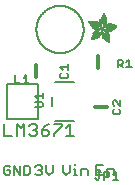
<source format=gbr>
G04 EAGLE Gerber RS-274X export*
G75*
%MOMM*%
%FSLAX34Y34*%
%LPD*%
%INSilkscreen Top*%
%IPPOS*%
%AMOC8*
5,1,8,0,0,1.08239X$1,22.5*%
G01*
%ADD10C,0.177800*%
%ADD11C,0.127000*%
%ADD12C,0.152400*%
%ADD13C,0.203200*%
%ADD14C,0.304800*%
%ADD15R,0.034300X0.003800*%
%ADD16R,0.057200X0.003800*%
%ADD17R,0.076200X0.003800*%
%ADD18R,0.091400X0.003800*%
%ADD19R,0.102900X0.003800*%
%ADD20R,0.114300X0.003900*%
%ADD21R,0.129500X0.003800*%
%ADD22R,0.137200X0.003800*%
%ADD23R,0.144800X0.003800*%
%ADD24R,0.152400X0.003800*%
%ADD25R,0.160000X0.003800*%
%ADD26R,0.171500X0.003800*%
%ADD27R,0.175300X0.003800*%
%ADD28R,0.182900X0.003800*%
%ADD29R,0.190500X0.003800*%
%ADD30R,0.194300X0.003900*%
%ADD31R,0.201900X0.003800*%
%ADD32R,0.209500X0.003800*%
%ADD33R,0.213400X0.003800*%
%ADD34R,0.221000X0.003800*%
%ADD35R,0.224800X0.003800*%
%ADD36R,0.232400X0.003800*%
%ADD37R,0.240000X0.003800*%
%ADD38R,0.243800X0.003800*%
%ADD39R,0.247600X0.003800*%
%ADD40R,0.255300X0.003900*%
%ADD41R,0.259100X0.003800*%
%ADD42R,0.262900X0.003800*%
%ADD43R,0.270500X0.003800*%
%ADD44R,0.274300X0.003800*%
%ADD45R,0.281900X0.003800*%
%ADD46R,0.285700X0.003800*%
%ADD47R,0.289500X0.003800*%
%ADD48R,0.297200X0.003800*%
%ADD49R,0.301000X0.003800*%
%ADD50R,0.304800X0.003900*%
%ADD51R,0.312400X0.003800*%
%ADD52R,0.316200X0.003800*%
%ADD53R,0.320000X0.003800*%
%ADD54R,0.327600X0.003800*%
%ADD55R,0.331500X0.003800*%
%ADD56R,0.339100X0.003800*%
%ADD57R,0.342900X0.003800*%
%ADD58R,0.346700X0.003800*%
%ADD59R,0.354300X0.003800*%
%ADD60R,0.358100X0.003900*%
%ADD61R,0.361900X0.003800*%
%ADD62R,0.369600X0.003800*%
%ADD63R,0.373400X0.003800*%
%ADD64R,0.377200X0.003800*%
%ADD65R,0.384800X0.003800*%
%ADD66R,0.388600X0.003800*%
%ADD67R,0.396200X0.003800*%
%ADD68R,0.400000X0.003800*%
%ADD69R,0.403800X0.003800*%
%ADD70R,0.411500X0.003900*%
%ADD71R,0.415300X0.003800*%
%ADD72R,0.419100X0.003800*%
%ADD73R,0.045700X0.003800*%
%ADD74R,0.426700X0.003800*%
%ADD75R,0.072400X0.003800*%
%ADD76R,0.430500X0.003800*%
%ADD77R,0.095300X0.003800*%
%ADD78R,0.438100X0.003800*%
%ADD79R,0.110500X0.003800*%
%ADD80R,0.441900X0.003800*%
%ADD81R,0.445800X0.003800*%
%ADD82R,0.144700X0.003800*%
%ADD83R,0.453400X0.003800*%
%ADD84R,0.457200X0.003800*%
%ADD85R,0.175300X0.003900*%
%ADD86R,0.461000X0.003900*%
%ADD87R,0.468600X0.003800*%
%ADD88R,0.205800X0.003800*%
%ADD89R,0.472400X0.003800*%
%ADD90R,0.217200X0.003800*%
%ADD91R,0.476200X0.003800*%
%ADD92R,0.483900X0.003800*%
%ADD93R,0.247700X0.003800*%
%ADD94R,0.487700X0.003800*%
%ADD95R,0.495300X0.003800*%
%ADD96R,0.499100X0.003800*%
%ADD97R,0.502900X0.003800*%
%ADD98R,0.510500X0.003800*%
%ADD99R,0.308600X0.003900*%
%ADD100R,0.514300X0.003900*%
%ADD101R,0.323800X0.003800*%
%ADD102R,0.518100X0.003800*%
%ADD103R,0.335300X0.003800*%
%ADD104R,0.525800X0.003800*%
%ADD105R,0.529600X0.003800*%
%ADD106R,0.358100X0.003800*%
%ADD107R,0.533400X0.003800*%
%ADD108R,0.537200X0.003800*%
%ADD109R,0.381000X0.003800*%
%ADD110R,0.544800X0.003800*%
%ADD111R,0.392400X0.003800*%
%ADD112R,0.548600X0.003800*%
%ADD113R,0.552400X0.003800*%
%ADD114R,0.556200X0.003800*%
%ADD115R,0.422900X0.003900*%
%ADD116R,0.560100X0.003900*%
%ADD117R,0.434300X0.003800*%
%ADD118R,0.563900X0.003800*%
%ADD119R,0.567700X0.003800*%
%ADD120R,0.461000X0.003800*%
%ADD121R,0.571500X0.003800*%
%ADD122R,0.575300X0.003800*%
%ADD123R,0.480100X0.003800*%
%ADD124R,0.579100X0.003800*%
%ADD125R,0.491500X0.003800*%
%ADD126R,0.582900X0.003800*%
%ADD127R,0.586700X0.003800*%
%ADD128R,0.510600X0.003800*%
%ADD129R,0.590500X0.003800*%
%ADD130R,0.522000X0.003800*%
%ADD131R,0.594300X0.003800*%
%ADD132R,0.533400X0.003900*%
%ADD133R,0.598200X0.003900*%
%ADD134R,0.541000X0.003800*%
%ADD135R,0.602000X0.003800*%
%ADD136R,0.552500X0.003800*%
%ADD137R,0.605800X0.003800*%
%ADD138R,0.560100X0.003800*%
%ADD139R,0.609600X0.003800*%
%ADD140R,0.613400X0.003800*%
%ADD141R,0.583000X0.003800*%
%ADD142R,0.617200X0.003800*%
%ADD143R,0.594400X0.003800*%
%ADD144R,0.621000X0.003800*%
%ADD145R,0.598200X0.003800*%
%ADD146R,0.624800X0.003800*%
%ADD147R,0.613500X0.003900*%
%ADD148R,0.628600X0.003900*%
%ADD149R,0.632400X0.003800*%
%ADD150R,0.628600X0.003800*%
%ADD151R,0.636300X0.003800*%
%ADD152R,0.640100X0.003800*%
%ADD153R,0.636200X0.003800*%
%ADD154R,0.643900X0.003800*%
%ADD155R,0.647700X0.003800*%
%ADD156R,0.651500X0.003800*%
%ADD157R,0.659100X0.003800*%
%ADD158R,0.659100X0.003900*%
%ADD159R,0.655300X0.003900*%
%ADD160R,0.662900X0.003800*%
%ADD161R,0.655300X0.003800*%
%ADD162R,0.670500X0.003800*%
%ADD163R,0.670600X0.003800*%
%ADD164R,0.674400X0.003800*%
%ADD165R,0.682000X0.003800*%
%ADD166R,0.666700X0.003800*%
%ADD167R,0.685800X0.003800*%
%ADD168R,0.689600X0.003800*%
%ADD169R,0.693400X0.003900*%
%ADD170R,0.674400X0.003900*%
%ADD171R,0.697200X0.003800*%
%ADD172R,0.678200X0.003800*%
%ADD173R,0.697300X0.003800*%
%ADD174R,0.701100X0.003800*%
%ADD175R,0.704900X0.003800*%
%ADD176R,0.708700X0.003800*%
%ADD177R,0.712500X0.003800*%
%ADD178R,0.716300X0.003800*%
%ADD179R,0.720100X0.003900*%
%ADD180R,0.689600X0.003900*%
%ADD181R,0.720000X0.003800*%
%ADD182R,0.693400X0.003800*%
%ADD183R,0.723900X0.003800*%
%ADD184R,0.727700X0.003800*%
%ADD185R,0.731500X0.003800*%
%ADD186R,0.701000X0.003800*%
%ADD187R,0.735300X0.003800*%
%ADD188R,0.731500X0.003900*%
%ADD189R,0.701000X0.003900*%
%ADD190R,0.704800X0.003800*%
%ADD191R,0.739100X0.003800*%
%ADD192R,0.743000X0.003800*%
%ADD193R,0.739200X0.003800*%
%ADD194R,0.743000X0.003900*%
%ADD195R,0.704800X0.003900*%
%ADD196R,0.746800X0.003800*%
%ADD197R,0.746800X0.003900*%
%ADD198R,0.742900X0.003800*%
%ADD199R,0.746700X0.003800*%
%ADD200R,0.746700X0.003900*%
%ADD201R,1.428800X0.003800*%
%ADD202R,1.424900X0.003800*%
%ADD203R,1.421100X0.003900*%
%ADD204R,1.421100X0.003800*%
%ADD205R,1.417300X0.003800*%
%ADD206R,1.413500X0.003800*%
%ADD207R,1.409700X0.003800*%
%ADD208R,1.405900X0.003800*%
%ADD209R,1.402100X0.003800*%
%ADD210R,1.398300X0.003800*%
%ADD211R,0.983000X0.003900*%
%ADD212R,0.384800X0.003900*%
%ADD213R,0.971600X0.003800*%
%ADD214R,0.963900X0.003800*%
%ADD215R,0.956300X0.003800*%
%ADD216R,0.365800X0.003800*%
%ADD217R,0.952500X0.003800*%
%ADD218R,0.941000X0.003800*%
%ADD219R,0.358200X0.003800*%
%ADD220R,0.937200X0.003800*%
%ADD221R,0.933400X0.003800*%
%ADD222R,0.354400X0.003800*%
%ADD223R,0.925800X0.003800*%
%ADD224R,0.350500X0.003800*%
%ADD225R,0.922000X0.003800*%
%ADD226R,0.918200X0.003900*%
%ADD227R,0.346700X0.003900*%
%ADD228R,0.910600X0.003800*%
%ADD229R,0.906800X0.003800*%
%ADD230R,0.903000X0.003800*%
%ADD231R,0.339000X0.003800*%
%ADD232R,0.895300X0.003800*%
%ADD233R,0.335200X0.003800*%
%ADD234R,0.887700X0.003800*%
%ADD235R,0.883900X0.003800*%
%ADD236R,0.331400X0.003800*%
%ADD237R,0.880100X0.003800*%
%ADD238R,0.876300X0.003800*%
%ADD239R,0.468600X0.003900*%
%ADD240R,0.396200X0.003900*%
%ADD241R,0.323800X0.003900*%
%ADD242R,0.449600X0.003800*%
%ADD243R,0.323900X0.003800*%
%ADD244R,0.442000X0.003800*%
%ADD245R,0.434400X0.003800*%
%ADD246R,0.320100X0.003800*%
%ADD247R,0.316300X0.003800*%
%ADD248R,0.426800X0.003800*%
%ADD249R,0.327700X0.003800*%
%ADD250R,0.312500X0.003800*%
%ADD251R,0.422900X0.003800*%
%ADD252R,0.308600X0.003800*%
%ADD253R,0.293400X0.003800*%
%ADD254R,0.304800X0.003800*%
%ADD255R,0.419100X0.003900*%
%ADD256R,0.285700X0.003900*%
%ADD257R,0.301000X0.003900*%
%ADD258R,0.411500X0.003800*%
%ADD259R,0.407700X0.003800*%
%ADD260R,0.289600X0.003800*%
%ADD261R,0.285800X0.003800*%
%ADD262R,0.403900X0.003800*%
%ADD263R,0.228600X0.003800*%
%ADD264R,0.403900X0.003900*%
%ADD265R,0.221000X0.003900*%
%ADD266R,0.278100X0.003900*%
%ADD267R,0.400100X0.003800*%
%ADD268R,0.209600X0.003800*%
%ADD269R,0.266700X0.003800*%
%ADD270R,0.038100X0.003800*%
%ADD271R,0.194300X0.003800*%
%ADD272R,0.148600X0.003800*%
%ADD273R,0.259000X0.003800*%
%ADD274R,0.182800X0.003800*%
%ADD275R,0.186700X0.003800*%
%ADD276R,0.251400X0.003800*%
%ADD277R,0.179100X0.003800*%
%ADD278R,0.236200X0.003800*%
%ADD279R,0.243900X0.003900*%
%ADD280R,0.282000X0.003900*%
%ADD281R,0.167700X0.003800*%
%ADD282R,0.236300X0.003800*%
%ADD283R,0.396300X0.003800*%
%ADD284R,0.163900X0.003800*%
%ADD285R,0.392500X0.003800*%
%ADD286R,0.160100X0.003800*%
%ADD287R,0.586800X0.003800*%
%ADD288R,0.148500X0.003800*%
%ADD289R,0.140900X0.003800*%
%ADD290R,0.392400X0.003900*%
%ADD291R,0.140900X0.003900*%
%ADD292R,0.647700X0.003900*%
%ADD293R,0.133300X0.003800*%
%ADD294R,0.674300X0.003800*%
%ADD295R,0.388700X0.003800*%
%ADD296R,0.125700X0.003800*%
%ADD297R,0.121900X0.003800*%
%ADD298R,0.720100X0.003800*%
%ADD299R,0.118100X0.003800*%
%ADD300R,0.118100X0.003900*%
%ADD301R,0.739100X0.003900*%
%ADD302R,0.114300X0.003800*%
%ADD303R,0.754400X0.003800*%
%ADD304R,0.765800X0.003800*%
%ADD305R,0.773400X0.003800*%
%ADD306R,0.784800X0.003800*%
%ADD307R,0.118200X0.003800*%
%ADD308R,0.792500X0.003800*%
%ADD309R,0.803900X0.003800*%
%ADD310R,0.122000X0.003800*%
%ADD311R,0.815400X0.003800*%
%ADD312R,0.125800X0.003800*%
%ADD313R,0.826800X0.003800*%
%ADD314R,0.369500X0.003900*%
%ADD315R,0.133400X0.003900*%
%ADD316R,0.842000X0.003900*%
%ADD317R,0.365700X0.003800*%
%ADD318R,1.009700X0.003800*%
%ADD319R,1.013500X0.003800*%
%ADD320R,0.362000X0.003800*%
%ADD321R,1.024900X0.003800*%
%ADD322R,1.028700X0.003800*%
%ADD323R,1.036300X0.003800*%
%ADD324R,1.047800X0.003800*%
%ADD325R,1.055400X0.003800*%
%ADD326R,1.070600X0.003800*%
%ADD327R,0.030500X0.003800*%
%ADD328R,1.436400X0.003800*%
%ADD329R,1.562100X0.003900*%
%ADD330R,1.588700X0.003800*%
%ADD331R,1.607800X0.003800*%
%ADD332R,1.626900X0.003800*%
%ADD333R,1.642100X0.003800*%
%ADD334R,1.657400X0.003800*%
%ADD335R,1.676400X0.003800*%
%ADD336R,1.687800X0.003800*%
%ADD337R,1.703000X0.003800*%
%ADD338R,1.714500X0.003800*%
%ADD339R,1.726000X0.003900*%
%ADD340R,1.741200X0.003800*%
%ADD341R,0.914400X0.003800*%
%ADD342R,0.769600X0.003800*%
%ADD343R,0.884000X0.003800*%
%ADD344R,0.712400X0.003800*%
%ADD345R,0.880100X0.003900*%
%ADD346R,0.887800X0.003800*%
%ADD347R,0.891600X0.003800*%
%ADD348R,0.895400X0.003800*%
%ADD349R,0.251500X0.003800*%
%ADD350R,0.579200X0.003900*%
%ADD351R,0.243900X0.003800*%
%ADD352R,0.556300X0.003800*%
%ADD353R,0.255200X0.003800*%
%ADD354R,0.529500X0.003800*%
%ADD355R,0.731600X0.003800*%
%ADD356R,0.525800X0.003900*%
%ADD357R,0.281900X0.003900*%
%ADD358R,0.735400X0.003900*%
%ADD359R,0.300900X0.003800*%
%ADD360R,0.762000X0.003800*%
%ADD361R,0.518200X0.003800*%
%ADD362R,0.350600X0.003800*%
%ADD363R,0.796300X0.003800*%
%ADD364R,0.807800X0.003800*%
%ADD365R,0.506700X0.003800*%
%ADD366R,0.849600X0.003800*%
%ADD367R,0.506700X0.003900*%
%ADD368R,1.371600X0.003900*%
%ADD369R,1.207800X0.003800*%
%ADD370R,0.503000X0.003800*%
%ADD371R,0.141000X0.003800*%
%ADD372R,1.203900X0.003800*%
%ADD373R,1.204000X0.003800*%
%ADD374R,1.200200X0.003800*%
%ADD375R,0.499100X0.003900*%
%ADD376R,0.156200X0.003900*%
%ADD377R,1.196400X0.003900*%
%ADD378R,1.196400X0.003800*%
%ADD379R,0.163800X0.003800*%
%ADD380R,0.167600X0.003800*%
%ADD381R,1.192500X0.003800*%
%ADD382R,0.499200X0.003800*%
%ADD383R,1.188700X0.003800*%
%ADD384R,0.506800X0.003800*%
%ADD385R,1.184900X0.003800*%
%ADD386R,0.510600X0.003900*%
%ADD387R,0.209600X0.003900*%
%ADD388R,1.181100X0.003900*%
%ADD389R,0.514400X0.003800*%
%ADD390R,1.181100X0.003800*%
%ADD391R,1.177300X0.003800*%
%ADD392R,0.240100X0.003800*%
%ADD393R,1.173500X0.003800*%
%ADD394R,1.169700X0.003800*%
%ADD395R,1.165900X0.003800*%
%ADD396R,1.162100X0.003800*%
%ADD397R,0.929700X0.003900*%
%ADD398R,1.162100X0.003900*%
%ADD399R,0.929700X0.003800*%
%ADD400R,1.154500X0.003800*%
%ADD401R,0.933500X0.003800*%
%ADD402R,1.150600X0.003800*%
%ADD403R,0.937300X0.003800*%
%ADD404R,1.146800X0.003800*%
%ADD405R,0.941100X0.003800*%
%ADD406R,1.139200X0.003800*%
%ADD407R,0.944900X0.003800*%
%ADD408R,1.135400X0.003800*%
%ADD409R,0.948700X0.003800*%
%ADD410R,1.127800X0.003800*%
%ADD411R,1.124000X0.003800*%
%ADD412R,1.116400X0.003800*%
%ADD413R,0.956300X0.003900*%
%ADD414R,1.104900X0.003900*%
%ADD415R,0.960100X0.003800*%
%ADD416R,1.093500X0.003800*%
%ADD417R,1.085900X0.003800*%
%ADD418R,0.967800X0.003800*%
%ADD419R,1.074500X0.003800*%
%ADD420R,1.063000X0.003800*%
%ADD421R,0.975400X0.003800*%
%ADD422R,1.036400X0.003800*%
%ADD423R,0.979200X0.003800*%
%ADD424R,1.021000X0.003800*%
%ADD425R,0.983000X0.003800*%
%ADD426R,1.009600X0.003800*%
%ADD427R,0.986800X0.003800*%
%ADD428R,0.998200X0.003800*%
%ADD429R,0.990600X0.003900*%
%ADD430R,0.986700X0.003900*%
%ADD431R,0.994400X0.003800*%
%ADD432R,0.975300X0.003800*%
%ADD433R,0.948600X0.003800*%
%ADD434R,1.002000X0.003800*%
%ADD435R,0.213300X0.003800*%
%ADD436R,0.217100X0.003800*%
%ADD437R,1.017300X0.003800*%
%ADD438R,0.666800X0.003800*%
%ADD439R,0.220900X0.003800*%
%ADD440R,1.028700X0.003900*%
%ADD441R,0.224700X0.003900*%
%ADD442R,1.032500X0.003800*%
%ADD443R,1.040100X0.003800*%
%ADD444R,1.043900X0.003800*%
%ADD445R,0.548700X0.003800*%
%ADD446R,1.051500X0.003800*%
%ADD447R,1.055300X0.003800*%
%ADD448R,1.059100X0.003800*%
%ADD449R,1.062900X0.003800*%
%ADD450R,0.255300X0.003800*%
%ADD451R,1.066800X0.003900*%
%ADD452R,0.259100X0.003900*%
%ADD453R,0.457200X0.003900*%
%ADD454R,0.423000X0.003800*%
%ADD455R,1.082100X0.003800*%
%ADD456R,0.274400X0.003800*%
%ADD457R,0.278200X0.003800*%
%ADD458R,1.101100X0.003800*%
%ADD459R,0.278100X0.003800*%
%ADD460R,0.876300X0.003900*%
%ADD461R,0.236200X0.003900*%
%ADD462R,0.289600X0.003900*%
%ADD463R,0.247700X0.003900*%
%ADD464R,0.049500X0.003800*%
%ADD465R,0.640100X0.003900*%
%ADD466R,0.659200X0.003800*%
%ADD467R,0.663000X0.003800*%
%ADD468R,0.872500X0.003900*%
%ADD469R,0.666800X0.003900*%
%ADD470R,0.872500X0.003800*%
%ADD471R,0.868700X0.003800*%
%ADD472R,0.864900X0.003800*%
%ADD473R,0.861100X0.003800*%
%ADD474R,0.857300X0.003800*%
%ADD475R,0.853400X0.003800*%
%ADD476R,0.845800X0.003800*%
%ADD477R,0.682000X0.003900*%
%ADD478R,0.842000X0.003800*%
%ADD479R,0.834400X0.003800*%
%ADD480R,0.823000X0.003800*%
%ADD481R,0.815300X0.003800*%
%ADD482R,0.811500X0.003800*%
%ADD483R,0.788700X0.003800*%
%ADD484R,0.777300X0.003900*%
%ADD485R,0.750600X0.003800*%
%ADD486R,0.735400X0.003800*%
%ADD487R,0.727800X0.003800*%
%ADD488R,0.628700X0.003800*%
%ADD489R,0.575400X0.003800*%
%ADD490R,0.670600X0.003900*%
%ADD491R,0.655400X0.003800*%
%ADD492R,0.651500X0.003900*%
%ADD493R,0.624800X0.003900*%
%ADD494R,0.594400X0.003900*%
%ADD495R,0.563900X0.003900*%
%ADD496R,0.541100X0.003800*%
%ADD497R,0.537300X0.003800*%
%ADD498R,0.525700X0.003800*%
%ADD499R,0.525700X0.003900*%
%ADD500R,0.514300X0.003800*%
%ADD501R,0.480100X0.003900*%
%ADD502R,0.464800X0.003800*%
%ADD503R,0.442000X0.003900*%
%ADD504R,0.438200X0.003800*%
%ADD505R,0.430600X0.003800*%
%ADD506R,0.407600X0.003800*%
%ADD507R,0.403800X0.003900*%
%ADD508R,0.365700X0.003900*%
%ADD509R,0.327700X0.003900*%
%ADD510R,0.243800X0.003900*%
%ADD511R,0.205800X0.003900*%
%ADD512R,0.198100X0.003800*%
%ADD513R,0.163800X0.003900*%
%ADD514R,0.137100X0.003800*%
%ADD515R,0.091500X0.003900*%
%ADD516R,0.060900X0.003800*%


D10*
X3605Y46744D02*
X3605Y37084D01*
X10045Y37084D01*
X14130Y37084D02*
X14130Y46744D01*
X17350Y43524D01*
X20570Y46744D01*
X20570Y37084D01*
X24654Y45134D02*
X26264Y46744D01*
X29485Y46744D01*
X31095Y45134D01*
X31095Y43524D01*
X29485Y41914D01*
X27874Y41914D01*
X29485Y41914D02*
X31095Y40304D01*
X31095Y38694D01*
X29485Y37084D01*
X26264Y37084D01*
X24654Y38694D01*
X38399Y45134D02*
X41619Y46744D01*
X38399Y45134D02*
X35179Y41914D01*
X35179Y38694D01*
X36789Y37084D01*
X40009Y37084D01*
X41619Y38694D01*
X41619Y40304D01*
X40009Y41914D01*
X35179Y41914D01*
X45704Y46744D02*
X52144Y46744D01*
X52144Y45134D01*
X45704Y38694D01*
X45704Y37084D01*
X56228Y43524D02*
X59448Y46744D01*
X59448Y37084D01*
X56228Y37084D02*
X62668Y37084D01*
D11*
X8681Y10165D02*
X7410Y11437D01*
X4867Y11437D01*
X3596Y10165D01*
X3596Y5081D01*
X4867Y3810D01*
X7410Y3810D01*
X8681Y5081D01*
X8681Y7623D01*
X6138Y7623D01*
X11782Y3810D02*
X11782Y11437D01*
X16866Y3810D01*
X16866Y11437D01*
X19968Y11437D02*
X19968Y3810D01*
X23781Y3810D01*
X25052Y5081D01*
X25052Y10165D01*
X23781Y11437D01*
X19968Y11437D01*
D12*
X29507Y10505D02*
X30947Y11945D01*
X33829Y11945D01*
X35269Y10505D01*
X35269Y9064D01*
X33829Y7624D01*
X32388Y7624D01*
X33829Y7624D02*
X35269Y6183D01*
X35269Y4743D01*
X33829Y3302D01*
X30947Y3302D01*
X29507Y4743D01*
X38862Y6183D02*
X38862Y11945D01*
X38862Y6183D02*
X41743Y3302D01*
X44624Y6183D01*
X44624Y11945D01*
X53058Y11945D02*
X53058Y6183D01*
X55940Y3302D01*
X58821Y6183D01*
X58821Y11945D01*
X62414Y9064D02*
X63854Y9064D01*
X63854Y3302D01*
X62414Y3302D02*
X65295Y3302D01*
X63854Y11945D02*
X63854Y13386D01*
X68650Y9064D02*
X68650Y3302D01*
X68650Y9064D02*
X72972Y9064D01*
X74413Y7624D01*
X74413Y3302D01*
X81577Y11945D02*
X87339Y11945D01*
X81577Y11945D02*
X81577Y3302D01*
X87339Y3302D01*
X84458Y7624D02*
X81577Y7624D01*
X90932Y9064D02*
X90932Y3302D01*
X90932Y9064D02*
X95254Y9064D01*
X96694Y7624D01*
X96694Y3302D01*
D13*
X62610Y49540D02*
X46610Y49540D01*
X46610Y82540D02*
X62610Y82540D01*
X44110Y70040D02*
X44110Y62040D01*
D12*
X34966Y61182D02*
X29458Y61182D01*
X34966Y61182D02*
X36068Y62284D01*
X36068Y64487D01*
X34966Y65588D01*
X29458Y65588D01*
X31662Y68666D02*
X29458Y70869D01*
X36068Y70869D01*
X36068Y68666D02*
X36068Y73073D01*
D11*
X6050Y81040D02*
X6050Y51040D01*
X6050Y81040D02*
X32050Y81040D01*
X32050Y51040D01*
X6050Y51040D01*
D12*
X12652Y81582D02*
X12652Y88192D01*
X12652Y81582D02*
X17058Y81582D01*
X20136Y85988D02*
X22339Y88192D01*
X22339Y81582D01*
X20136Y81582D02*
X24543Y81582D01*
D14*
X30480Y86360D02*
X30480Y96520D01*
D12*
X50921Y88794D02*
X52023Y89895D01*
X50921Y88794D02*
X50921Y86590D01*
X52023Y85489D01*
X56429Y85489D01*
X57531Y86590D01*
X57531Y88794D01*
X56429Y89895D01*
X53125Y92973D02*
X50921Y95176D01*
X57531Y95176D01*
X57531Y92973D02*
X57531Y97379D01*
D14*
X80010Y60960D02*
X90170Y60960D01*
D12*
X95371Y58314D02*
X96473Y59415D01*
X95371Y58314D02*
X95371Y56110D01*
X96473Y55009D01*
X100879Y55009D01*
X101981Y56110D01*
X101981Y58314D01*
X100879Y59415D01*
X101981Y62493D02*
X101981Y66899D01*
X101981Y62493D02*
X97575Y66899D01*
X96473Y66899D01*
X95371Y65798D01*
X95371Y63594D01*
X96473Y62493D01*
D13*
X30800Y127000D02*
X30806Y127491D01*
X30824Y127981D01*
X30854Y128471D01*
X30896Y128960D01*
X30950Y129448D01*
X31016Y129935D01*
X31094Y130419D01*
X31184Y130902D01*
X31286Y131382D01*
X31399Y131860D01*
X31524Y132334D01*
X31661Y132806D01*
X31809Y133274D01*
X31969Y133738D01*
X32140Y134198D01*
X32322Y134654D01*
X32516Y135105D01*
X32720Y135551D01*
X32936Y135992D01*
X33162Y136428D01*
X33398Y136858D01*
X33645Y137282D01*
X33903Y137700D01*
X34171Y138111D01*
X34448Y138516D01*
X34736Y138914D01*
X35033Y139305D01*
X35340Y139688D01*
X35656Y140063D01*
X35981Y140431D01*
X36315Y140791D01*
X36658Y141142D01*
X37009Y141485D01*
X37369Y141819D01*
X37737Y142144D01*
X38112Y142460D01*
X38495Y142767D01*
X38886Y143064D01*
X39284Y143352D01*
X39689Y143629D01*
X40100Y143897D01*
X40518Y144155D01*
X40942Y144402D01*
X41372Y144638D01*
X41808Y144864D01*
X42249Y145080D01*
X42695Y145284D01*
X43146Y145478D01*
X43602Y145660D01*
X44062Y145831D01*
X44526Y145991D01*
X44994Y146139D01*
X45466Y146276D01*
X45940Y146401D01*
X46418Y146514D01*
X46898Y146616D01*
X47381Y146706D01*
X47865Y146784D01*
X48352Y146850D01*
X48840Y146904D01*
X49329Y146946D01*
X49819Y146976D01*
X50309Y146994D01*
X50800Y147000D01*
X51291Y146994D01*
X51781Y146976D01*
X52271Y146946D01*
X52760Y146904D01*
X53248Y146850D01*
X53735Y146784D01*
X54219Y146706D01*
X54702Y146616D01*
X55182Y146514D01*
X55660Y146401D01*
X56134Y146276D01*
X56606Y146139D01*
X57074Y145991D01*
X57538Y145831D01*
X57998Y145660D01*
X58454Y145478D01*
X58905Y145284D01*
X59351Y145080D01*
X59792Y144864D01*
X60228Y144638D01*
X60658Y144402D01*
X61082Y144155D01*
X61500Y143897D01*
X61911Y143629D01*
X62316Y143352D01*
X62714Y143064D01*
X63105Y142767D01*
X63488Y142460D01*
X63863Y142144D01*
X64231Y141819D01*
X64591Y141485D01*
X64942Y141142D01*
X65285Y140791D01*
X65619Y140431D01*
X65944Y140063D01*
X66260Y139688D01*
X66567Y139305D01*
X66864Y138914D01*
X67152Y138516D01*
X67429Y138111D01*
X67697Y137700D01*
X67955Y137282D01*
X68202Y136858D01*
X68438Y136428D01*
X68664Y135992D01*
X68880Y135551D01*
X69084Y135105D01*
X69278Y134654D01*
X69460Y134198D01*
X69631Y133738D01*
X69791Y133274D01*
X69939Y132806D01*
X70076Y132334D01*
X70201Y131860D01*
X70314Y131382D01*
X70416Y130902D01*
X70506Y130419D01*
X70584Y129935D01*
X70650Y129448D01*
X70704Y128960D01*
X70746Y128471D01*
X70776Y127981D01*
X70794Y127491D01*
X70800Y127000D01*
X70794Y126509D01*
X70776Y126019D01*
X70746Y125529D01*
X70704Y125040D01*
X70650Y124552D01*
X70584Y124065D01*
X70506Y123581D01*
X70416Y123098D01*
X70314Y122618D01*
X70201Y122140D01*
X70076Y121666D01*
X69939Y121194D01*
X69791Y120726D01*
X69631Y120262D01*
X69460Y119802D01*
X69278Y119346D01*
X69084Y118895D01*
X68880Y118449D01*
X68664Y118008D01*
X68438Y117572D01*
X68202Y117142D01*
X67955Y116718D01*
X67697Y116300D01*
X67429Y115889D01*
X67152Y115484D01*
X66864Y115086D01*
X66567Y114695D01*
X66260Y114312D01*
X65944Y113937D01*
X65619Y113569D01*
X65285Y113209D01*
X64942Y112858D01*
X64591Y112515D01*
X64231Y112181D01*
X63863Y111856D01*
X63488Y111540D01*
X63105Y111233D01*
X62714Y110936D01*
X62316Y110648D01*
X61911Y110371D01*
X61500Y110103D01*
X61082Y109845D01*
X60658Y109598D01*
X60228Y109362D01*
X59792Y109136D01*
X59351Y108920D01*
X58905Y108716D01*
X58454Y108522D01*
X57998Y108340D01*
X57538Y108169D01*
X57074Y108009D01*
X56606Y107861D01*
X56134Y107724D01*
X55660Y107599D01*
X55182Y107486D01*
X54702Y107384D01*
X54219Y107294D01*
X53735Y107216D01*
X53248Y107150D01*
X52760Y107096D01*
X52271Y107054D01*
X51781Y107024D01*
X51291Y107006D01*
X50800Y107000D01*
X50309Y107006D01*
X49819Y107024D01*
X49329Y107054D01*
X48840Y107096D01*
X48352Y107150D01*
X47865Y107216D01*
X47381Y107294D01*
X46898Y107384D01*
X46418Y107486D01*
X45940Y107599D01*
X45466Y107724D01*
X44994Y107861D01*
X44526Y108009D01*
X44062Y108169D01*
X43602Y108340D01*
X43146Y108522D01*
X42695Y108716D01*
X42249Y108920D01*
X41808Y109136D01*
X41372Y109362D01*
X40942Y109598D01*
X40518Y109845D01*
X40100Y110103D01*
X39689Y110371D01*
X39284Y110648D01*
X38886Y110936D01*
X38495Y111233D01*
X38112Y111540D01*
X37737Y111856D01*
X37369Y112181D01*
X37009Y112515D01*
X36658Y112858D01*
X36315Y113209D01*
X35981Y113569D01*
X35656Y113937D01*
X35340Y114312D01*
X35033Y114695D01*
X34736Y115086D01*
X34448Y115484D01*
X34171Y115889D01*
X33903Y116300D01*
X33645Y116718D01*
X33398Y117142D01*
X33162Y117572D01*
X32936Y118008D01*
X32720Y118449D01*
X32516Y118895D01*
X32322Y119346D01*
X32140Y119802D01*
X31969Y120262D01*
X31809Y120726D01*
X31661Y121194D01*
X31524Y121666D01*
X31399Y122140D01*
X31286Y122618D01*
X31184Y123098D01*
X31094Y123581D01*
X31016Y124065D01*
X30950Y124552D01*
X30896Y125040D01*
X30854Y125529D01*
X30824Y126019D01*
X30806Y126509D01*
X30800Y127000D01*
D15*
X91999Y115570D03*
D16*
X91999Y115608D03*
D17*
X91980Y115646D03*
D18*
X91980Y115684D03*
D19*
X91999Y115722D03*
D20*
X91980Y115761D03*
D21*
X91980Y115799D03*
D22*
X91980Y115837D03*
D23*
X91980Y115875D03*
D24*
X91942Y115913D03*
D25*
X91942Y115951D03*
D26*
X91923Y115989D03*
D27*
X91904Y116027D03*
D28*
X91904Y116065D03*
D29*
X91866Y116103D03*
D30*
X91847Y116142D03*
D31*
X91847Y116180D03*
D32*
X91809Y116218D03*
D33*
X91789Y116256D03*
D34*
X91751Y116294D03*
D35*
X91732Y116332D03*
D36*
X91732Y116370D03*
D37*
X91694Y116408D03*
D38*
X91675Y116446D03*
D39*
X91656Y116484D03*
D40*
X91618Y116523D03*
D41*
X91599Y116561D03*
D42*
X91580Y116599D03*
D43*
X91542Y116637D03*
D44*
X91523Y116675D03*
D45*
X91485Y116713D03*
D46*
X91466Y116751D03*
D47*
X91447Y116789D03*
D48*
X91408Y116827D03*
D49*
X91389Y116865D03*
D50*
X91370Y116904D03*
D51*
X91332Y116942D03*
D52*
X91313Y116980D03*
D53*
X91294Y117018D03*
D54*
X91256Y117056D03*
D55*
X91237Y117094D03*
D56*
X91199Y117132D03*
D57*
X91180Y117170D03*
D58*
X91161Y117208D03*
D59*
X91123Y117246D03*
D60*
X91104Y117285D03*
D61*
X91085Y117323D03*
D62*
X91046Y117361D03*
D63*
X91027Y117399D03*
D64*
X91008Y117437D03*
D65*
X90970Y117475D03*
D66*
X90951Y117513D03*
D67*
X90913Y117551D03*
D68*
X90894Y117589D03*
D69*
X90875Y117627D03*
D70*
X90837Y117666D03*
D71*
X90818Y117704D03*
D72*
X90799Y117742D03*
D73*
X78036Y117780D03*
D74*
X90761Y117780D03*
D75*
X78054Y117818D03*
D76*
X90742Y117818D03*
D77*
X78093Y117856D03*
D78*
X90704Y117856D03*
D79*
X78131Y117894D03*
D80*
X90685Y117894D03*
D21*
X78150Y117932D03*
D81*
X90665Y117932D03*
D82*
X78188Y117970D03*
D83*
X90627Y117970D03*
D25*
X78226Y118008D03*
D84*
X90608Y118008D03*
D85*
X78264Y118047D03*
D86*
X90589Y118047D03*
D29*
X78302Y118085D03*
D87*
X90551Y118085D03*
D88*
X78340Y118123D03*
D89*
X90532Y118123D03*
D90*
X78397Y118161D03*
D91*
X90513Y118161D03*
D36*
X78435Y118199D03*
D92*
X90475Y118199D03*
D93*
X78474Y118237D03*
D94*
X90456Y118237D03*
D41*
X78531Y118275D03*
D95*
X90418Y118275D03*
D44*
X78569Y118313D03*
D96*
X90399Y118313D03*
D46*
X78626Y118351D03*
D97*
X90380Y118351D03*
D48*
X78683Y118389D03*
D98*
X90342Y118389D03*
D99*
X78740Y118428D03*
D100*
X90323Y118428D03*
D101*
X78778Y118466D03*
D102*
X90304Y118466D03*
D103*
X78836Y118504D03*
D104*
X90265Y118504D03*
D58*
X78893Y118542D03*
D105*
X90246Y118542D03*
D106*
X78950Y118580D03*
D107*
X90227Y118580D03*
D62*
X79007Y118618D03*
D108*
X90208Y118618D03*
D109*
X79064Y118656D03*
D110*
X90170Y118656D03*
D111*
X79121Y118694D03*
D112*
X90151Y118694D03*
D69*
X79178Y118732D03*
D113*
X90132Y118732D03*
D71*
X79236Y118770D03*
D114*
X90113Y118770D03*
D115*
X79312Y118809D03*
D116*
X90094Y118809D03*
D117*
X79369Y118847D03*
D118*
X90075Y118847D03*
D81*
X79426Y118885D03*
D119*
X90056Y118885D03*
D120*
X79502Y118923D03*
D121*
X90037Y118923D03*
D89*
X79559Y118961D03*
D122*
X90018Y118961D03*
D123*
X79636Y118999D03*
D124*
X89999Y118999D03*
D125*
X79693Y119037D03*
D126*
X89980Y119037D03*
D97*
X79750Y119075D03*
D127*
X89961Y119075D03*
D128*
X79826Y119113D03*
D129*
X89942Y119113D03*
D130*
X79883Y119151D03*
D131*
X89923Y119151D03*
D132*
X79940Y119190D03*
D133*
X89903Y119190D03*
D134*
X80016Y119228D03*
D135*
X89884Y119228D03*
D136*
X80074Y119266D03*
D137*
X89865Y119266D03*
D138*
X80112Y119304D03*
D137*
X89865Y119304D03*
D121*
X80169Y119342D03*
D139*
X89846Y119342D03*
D122*
X80226Y119380D03*
D140*
X89827Y119380D03*
D141*
X80264Y119418D03*
D142*
X89808Y119418D03*
D143*
X80321Y119456D03*
D144*
X89789Y119456D03*
D145*
X80378Y119494D03*
D144*
X89789Y119494D03*
D137*
X80416Y119532D03*
D146*
X89770Y119532D03*
D147*
X80455Y119571D03*
D148*
X89751Y119571D03*
D140*
X80493Y119609D03*
D149*
X89732Y119609D03*
D144*
X80531Y119647D03*
D149*
X89732Y119647D03*
D150*
X80569Y119685D03*
D151*
X89713Y119685D03*
D149*
X80626Y119723D03*
D152*
X89694Y119723D03*
D153*
X80645Y119761D03*
D154*
X89675Y119761D03*
X80684Y119799D03*
X89675Y119799D03*
D155*
X80741Y119837D03*
X89656Y119837D03*
D156*
X80760Y119875D03*
X89637Y119875D03*
D157*
X80798Y119913D03*
D156*
X89637Y119913D03*
D158*
X80836Y119952D03*
D159*
X89618Y119952D03*
D160*
X80855Y119990D03*
D161*
X89618Y119990D03*
D162*
X80893Y120028D03*
D157*
X89599Y120028D03*
D163*
X80931Y120066D03*
D160*
X89580Y120066D03*
D164*
X80950Y120104D03*
D160*
X89580Y120104D03*
D165*
X80988Y120142D03*
D166*
X89561Y120142D03*
D165*
X81026Y120180D03*
D166*
X89561Y120180D03*
D167*
X81045Y120218D03*
D162*
X89542Y120218D03*
D168*
X81064Y120256D03*
D162*
X89542Y120256D03*
D168*
X81102Y120294D03*
D164*
X89522Y120294D03*
D169*
X81121Y120333D03*
D170*
X89522Y120333D03*
D171*
X81140Y120371D03*
D172*
X89503Y120371D03*
D173*
X81179Y120409D03*
D172*
X89503Y120409D03*
D174*
X81198Y120447D03*
D172*
X89503Y120447D03*
D175*
X81217Y120485D03*
D165*
X89484Y120485D03*
D175*
X81255Y120523D03*
D165*
X89484Y120523D03*
D176*
X81274Y120561D03*
D167*
X89465Y120561D03*
D177*
X81293Y120599D03*
D167*
X89465Y120599D03*
D177*
X81331Y120637D03*
D167*
X89465Y120637D03*
D178*
X81350Y120675D03*
D168*
X89446Y120675D03*
D179*
X81369Y120714D03*
D180*
X89446Y120714D03*
D181*
X81407Y120752D03*
D182*
X89427Y120752D03*
D183*
X81427Y120790D03*
D182*
X89427Y120790D03*
D183*
X81427Y120828D03*
D182*
X89427Y120828D03*
D183*
X81465Y120866D03*
D182*
X89427Y120866D03*
D184*
X81484Y120904D03*
D171*
X89408Y120904D03*
D185*
X81503Y120942D03*
D171*
X89408Y120942D03*
D184*
X81522Y120980D03*
D171*
X89408Y120980D03*
D185*
X81541Y121018D03*
D186*
X89389Y121018D03*
D187*
X81560Y121056D03*
D186*
X89389Y121056D03*
D188*
X81579Y121095D03*
D189*
X89389Y121095D03*
D187*
X81598Y121133D03*
D186*
X89389Y121133D03*
D187*
X81598Y121171D03*
D190*
X89370Y121171D03*
D187*
X81636Y121209D03*
D186*
X89351Y121209D03*
D191*
X81655Y121247D03*
D186*
X89351Y121247D03*
D191*
X81655Y121285D03*
D186*
X89351Y121285D03*
D191*
X81693Y121323D03*
D186*
X89351Y121323D03*
D191*
X81693Y121361D03*
D186*
X89351Y121361D03*
D192*
X81712Y121399D03*
D190*
X89332Y121399D03*
D193*
X81731Y121437D03*
D190*
X89332Y121437D03*
D194*
X81750Y121476D03*
D195*
X89332Y121476D03*
D192*
X81750Y121514D03*
D190*
X89332Y121514D03*
D192*
X81788Y121552D03*
D190*
X89332Y121552D03*
D192*
X81788Y121590D03*
D190*
X89332Y121590D03*
D192*
X81788Y121628D03*
D190*
X89332Y121628D03*
D192*
X81826Y121666D03*
D186*
X89313Y121666D03*
D192*
X81826Y121704D03*
D186*
X89313Y121704D03*
D196*
X81845Y121742D03*
D186*
X89313Y121742D03*
D192*
X81864Y121780D03*
D186*
X89313Y121780D03*
D192*
X81864Y121818D03*
D186*
X89313Y121818D03*
D197*
X81883Y121857D03*
D189*
X89313Y121857D03*
D198*
X81903Y121895D03*
D186*
X89313Y121895D03*
D198*
X81903Y121933D03*
D171*
X89294Y121933D03*
D199*
X81922Y121971D03*
D171*
X89294Y121971D03*
D198*
X81941Y122009D03*
D171*
X89294Y122009D03*
D198*
X81941Y122047D03*
D171*
X89294Y122047D03*
D198*
X81941Y122085D03*
D171*
X89294Y122085D03*
D199*
X81960Y122123D03*
D182*
X89275Y122123D03*
D198*
X81979Y122161D03*
D182*
X89275Y122161D03*
D198*
X81979Y122199D03*
D182*
X89275Y122199D03*
D200*
X81998Y122238D03*
D169*
X89275Y122238D03*
D198*
X82017Y122276D03*
D168*
X89256Y122276D03*
D198*
X82017Y122314D03*
D168*
X89256Y122314D03*
D199*
X82036Y122352D03*
D168*
X89256Y122352D03*
D198*
X82055Y122390D03*
D168*
X89256Y122390D03*
D198*
X82055Y122428D03*
D167*
X89237Y122428D03*
D198*
X82055Y122466D03*
D167*
X89237Y122466D03*
D201*
X85522Y122504D03*
X85522Y122542D03*
D202*
X85503Y122580D03*
D203*
X85522Y122619D03*
D204*
X85522Y122657D03*
D205*
X85503Y122695D03*
D206*
X85522Y122733D03*
X85522Y122771D03*
D207*
X85503Y122809D03*
D208*
X85522Y122847D03*
X85522Y122885D03*
D209*
X85503Y122923D03*
D210*
X85522Y122961D03*
D211*
X83445Y123000D03*
D212*
X90551Y123000D03*
D213*
X83388Y123038D03*
D64*
X90589Y123038D03*
D214*
X83389Y123076D03*
D63*
X90608Y123076D03*
D215*
X83351Y123114D03*
D216*
X90608Y123114D03*
D217*
X83332Y123152D03*
D216*
X90608Y123152D03*
D218*
X83312Y123190D03*
D219*
X90608Y123190D03*
D220*
X83293Y123228D03*
D219*
X90608Y123228D03*
D221*
X83274Y123266D03*
D222*
X90589Y123266D03*
D223*
X83274Y123304D03*
D224*
X90609Y123304D03*
D225*
X83255Y123342D03*
D58*
X90590Y123342D03*
D226*
X83236Y123381D03*
D227*
X90590Y123381D03*
D228*
X83236Y123419D03*
D57*
X90571Y123419D03*
D229*
X83217Y123457D03*
D57*
X90571Y123457D03*
D230*
X83198Y123495D03*
D231*
X90551Y123495D03*
D232*
X83198Y123533D03*
D231*
X90551Y123533D03*
D232*
X83198Y123571D03*
D233*
X90532Y123571D03*
D234*
X83198Y123609D03*
D233*
X90532Y123609D03*
D235*
X83179Y123647D03*
D236*
X90513Y123647D03*
D237*
X83160Y123685D03*
D54*
X90494Y123685D03*
D238*
X83179Y123723D03*
D54*
X90494Y123723D03*
D239*
X81140Y123762D03*
D240*
X85541Y123762D03*
D241*
X90475Y123762D03*
D242*
X81083Y123800D03*
D62*
X85636Y123800D03*
D243*
X90437Y123800D03*
D244*
X81045Y123838D03*
D106*
X85694Y123838D03*
D243*
X90437Y123838D03*
D245*
X81045Y123876D03*
D58*
X85713Y123876D03*
D246*
X90418Y123876D03*
D245*
X81045Y123914D03*
D103*
X85732Y123914D03*
D247*
X90399Y123914D03*
D248*
X81045Y123952D03*
D249*
X85770Y123952D03*
D250*
X90380Y123952D03*
D248*
X81045Y123990D03*
D247*
X85789Y123990D03*
D250*
X90380Y123990D03*
D251*
X81065Y124028D03*
D252*
X85827Y124028D03*
D250*
X90342Y124028D03*
D251*
X81065Y124066D03*
D49*
X85827Y124066D03*
D252*
X90322Y124066D03*
D72*
X81084Y124104D03*
D253*
X85865Y124104D03*
D254*
X90303Y124104D03*
D255*
X81084Y124143D03*
D256*
X85865Y124143D03*
D257*
X90284Y124143D03*
D71*
X81103Y124181D03*
D44*
X85884Y124181D03*
D49*
X90246Y124181D03*
D71*
X81103Y124219D03*
D43*
X85903Y124219D03*
D48*
X90227Y124219D03*
D258*
X81122Y124257D03*
D42*
X85903Y124257D03*
D253*
X90208Y124257D03*
D258*
X81122Y124295D03*
D41*
X85922Y124295D03*
D253*
X90170Y124295D03*
D259*
X81141Y124333D03*
D39*
X85941Y124333D03*
D260*
X90151Y124333D03*
D259*
X81179Y124371D03*
D38*
X85960Y124371D03*
D261*
X90132Y124371D03*
D259*
X81179Y124409D03*
D37*
X85979Y124409D03*
D261*
X90094Y124409D03*
D262*
X81198Y124447D03*
D36*
X85979Y124447D03*
D45*
X90075Y124447D03*
D259*
X81217Y124485D03*
D263*
X85998Y124485D03*
D45*
X90037Y124485D03*
D264*
X81236Y124524D03*
D265*
X85998Y124524D03*
D266*
X90018Y124524D03*
D267*
X81255Y124562D03*
D90*
X86017Y124562D03*
D43*
X89980Y124562D03*
D262*
X81274Y124600D03*
D268*
X86017Y124600D03*
D43*
X89942Y124600D03*
D267*
X81293Y124638D03*
D88*
X86036Y124638D03*
D269*
X89923Y124638D03*
D270*
X92399Y124638D03*
D68*
X81331Y124676D03*
D31*
X86056Y124676D03*
D42*
X89866Y124676D03*
D79*
X92418Y124676D03*
D68*
X81331Y124714D03*
D271*
X86056Y124714D03*
D41*
X89847Y124714D03*
D272*
X92418Y124714D03*
D68*
X81369Y124752D03*
D29*
X86075Y124752D03*
D273*
X89808Y124752D03*
D274*
X92437Y124752D03*
D67*
X81388Y124790D03*
D275*
X86094Y124790D03*
D276*
X89770Y124790D03*
D33*
X92437Y124790D03*
D67*
X81426Y124828D03*
D277*
X86094Y124828D03*
D276*
X89732Y124828D03*
D278*
X92437Y124828D03*
D68*
X81445Y124866D03*
D277*
X86094Y124866D03*
D38*
X89694Y124866D03*
D273*
X92437Y124866D03*
D240*
X81464Y124905D03*
D85*
X86113Y124905D03*
D279*
X89656Y124905D03*
D280*
X92437Y124905D03*
D67*
X81502Y124943D03*
D281*
X86113Y124943D03*
D282*
X89618Y124943D03*
D49*
X92456Y124943D03*
D283*
X81541Y124981D03*
D284*
X86132Y124981D03*
D282*
X89580Y124981D03*
D53*
X92437Y124981D03*
D285*
X81560Y125019D03*
D286*
X86151Y125019D03*
D263*
X89541Y125019D03*
D57*
X92437Y125019D03*
D283*
X81579Y125057D03*
D286*
X86151Y125057D03*
D287*
X91294Y125057D03*
D283*
X81617Y125095D03*
D24*
X86150Y125095D03*
D145*
X91313Y125095D03*
D285*
X81636Y125133D03*
D288*
X86170Y125133D03*
D137*
X91351Y125133D03*
D111*
X81674Y125171D03*
D288*
X86170Y125171D03*
D144*
X91389Y125171D03*
D111*
X81712Y125209D03*
D82*
X86189Y125209D03*
D146*
X91408Y125209D03*
D111*
X81750Y125247D03*
D289*
X86208Y125247D03*
D151*
X91428Y125247D03*
D290*
X81788Y125286D03*
D291*
X86208Y125286D03*
D292*
X91447Y125286D03*
D66*
X81807Y125324D03*
D293*
X86208Y125324D03*
D161*
X91485Y125324D03*
D66*
X81845Y125362D03*
D293*
X86208Y125362D03*
D166*
X91504Y125362D03*
D66*
X81883Y125400D03*
D21*
X86227Y125400D03*
D294*
X91504Y125400D03*
D66*
X81921Y125438D03*
D21*
X86227Y125438D03*
D167*
X91523Y125438D03*
D295*
X81960Y125476D03*
D296*
X86246Y125476D03*
D182*
X91561Y125476D03*
D295*
X81998Y125514D03*
D296*
X86246Y125514D03*
D174*
X91561Y125514D03*
D66*
X82036Y125552D03*
D297*
X86265Y125552D03*
D177*
X91580Y125552D03*
D65*
X82093Y125590D03*
D297*
X86265Y125590D03*
D298*
X91580Y125590D03*
D65*
X82131Y125628D03*
D299*
X86284Y125628D03*
D184*
X91580Y125628D03*
D212*
X82169Y125667D03*
D300*
X86284Y125667D03*
D301*
X91599Y125667D03*
D65*
X82207Y125705D03*
D302*
X86303Y125705D03*
D196*
X91599Y125705D03*
D109*
X82264Y125743D03*
D299*
X86322Y125743D03*
D303*
X91599Y125743D03*
D109*
X82302Y125781D03*
D299*
X86322Y125781D03*
D304*
X91618Y125781D03*
D109*
X82379Y125819D03*
D299*
X86322Y125819D03*
D305*
X91618Y125819D03*
D109*
X82417Y125857D03*
D302*
X86341Y125857D03*
D306*
X91637Y125857D03*
D64*
X82474Y125895D03*
D307*
X86360Y125895D03*
D308*
X91637Y125895D03*
D63*
X82531Y125933D03*
D307*
X86360Y125933D03*
D309*
X91618Y125933D03*
D63*
X82607Y125971D03*
D310*
X86379Y125971D03*
D311*
X91637Y125971D03*
D63*
X82645Y126009D03*
D312*
X86398Y126009D03*
D313*
X91618Y126009D03*
D314*
X82741Y126048D03*
D315*
X86436Y126048D03*
D316*
X91618Y126048D03*
D317*
X82798Y126086D03*
D318*
X90818Y126086D03*
D216*
X82874Y126124D03*
D319*
X90837Y126124D03*
D320*
X82969Y126162D03*
D321*
X90856Y126162D03*
D106*
X83065Y126200D03*
D322*
X90875Y126200D03*
D59*
X83160Y126238D03*
D323*
X90875Y126238D03*
D224*
X83255Y126276D03*
D324*
X90894Y126276D03*
D58*
X83389Y126314D03*
D325*
X90894Y126314D03*
D58*
X83503Y126352D03*
D326*
X90894Y126352D03*
D327*
X81274Y126390D03*
D328*
X89103Y126390D03*
D329*
X88513Y126429D03*
D330*
X88456Y126467D03*
D331*
X88398Y126505D03*
D332*
X88380Y126543D03*
D333*
X88342Y126581D03*
D334*
X88303Y126619D03*
D335*
X88284Y126657D03*
D336*
X88265Y126695D03*
D337*
X88265Y126733D03*
D338*
X88246Y126771D03*
D339*
X88227Y126810D03*
D340*
X88227Y126848D03*
D341*
X84017Y126886D03*
D342*
X93123Y126886D03*
D232*
X83846Y126924D03*
D192*
X93294Y126924D03*
D235*
X83751Y126962D03*
D185*
X93428Y126962D03*
D343*
X83674Y127000D03*
D298*
X93523Y127000D03*
D235*
X83598Y127038D03*
D344*
X93637Y127038D03*
D237*
X83541Y127076D03*
D175*
X93714Y127076D03*
D237*
X83465Y127114D03*
D173*
X93790Y127114D03*
D237*
X83427Y127152D03*
D171*
X93866Y127152D03*
D345*
X83389Y127191D03*
D169*
X93923Y127191D03*
D346*
X83350Y127229D03*
D168*
X94018Y127229D03*
D346*
X83312Y127267D03*
D168*
X94056Y127267D03*
D347*
X83293Y127305D03*
D167*
X94113Y127305D03*
D348*
X83274Y127343D03*
D167*
X94190Y127343D03*
D230*
X83236Y127381D03*
D167*
X94228Y127381D03*
D229*
X83217Y127419D03*
D165*
X94285Y127419D03*
D228*
X83198Y127457D03*
D167*
X94342Y127457D03*
D139*
X81655Y127495D03*
D42*
X86437Y127495D03*
D167*
X94380Y127495D03*
D129*
X81522Y127533D03*
D349*
X86532Y127533D03*
D168*
X94437Y127533D03*
D350*
X81426Y127572D03*
D279*
X86570Y127572D03*
D180*
X94475Y127572D03*
D119*
X81331Y127610D03*
D351*
X86608Y127610D03*
D182*
X94494Y127610D03*
D118*
X81274Y127648D03*
D38*
X86646Y127648D03*
D173*
X94552Y127648D03*
D138*
X81179Y127686D03*
D39*
X86665Y127686D03*
D173*
X94590Y127686D03*
D352*
X81122Y127724D03*
D39*
X86703Y127724D03*
D175*
X94628Y127724D03*
D112*
X81045Y127762D03*
D276*
X86722Y127762D03*
D176*
X94647Y127762D03*
D134*
X81007Y127800D03*
D353*
X86741Y127800D03*
D177*
X94666Y127800D03*
D108*
X80950Y127838D03*
D42*
X86780Y127838D03*
D298*
X94704Y127838D03*
D107*
X80893Y127876D03*
D269*
X86799Y127876D03*
D183*
X94723Y127876D03*
D354*
X80836Y127914D03*
D44*
X86837Y127914D03*
D355*
X94761Y127914D03*
D356*
X80778Y127953D03*
D357*
X86875Y127953D03*
D358*
X94780Y127953D03*
D104*
X80740Y127991D03*
D47*
X86913Y127991D03*
D192*
X94780Y127991D03*
D130*
X80683Y128029D03*
D359*
X86932Y128029D03*
D303*
X94799Y128029D03*
D130*
X80645Y128067D03*
D252*
X86970Y128067D03*
D360*
X94799Y128067D03*
D361*
X80588Y128105D03*
D243*
X87008Y128105D03*
D342*
X94799Y128105D03*
D361*
X80550Y128143D03*
D103*
X87065Y128143D03*
D306*
X94799Y128143D03*
D98*
X80512Y128181D03*
D362*
X87103Y128181D03*
D363*
X94781Y128181D03*
D98*
X80474Y128219D03*
D62*
X87160Y128219D03*
D364*
X94761Y128219D03*
D365*
X80417Y128257D03*
D66*
X87255Y128257D03*
D313*
X94742Y128257D03*
D365*
X80379Y128295D03*
D71*
X87351Y128295D03*
D366*
X94666Y128295D03*
D367*
X80341Y128334D03*
D368*
X92094Y128334D03*
D97*
X80322Y128372D03*
D23*
X85922Y128372D03*
D369*
X92951Y128372D03*
D370*
X80283Y128410D03*
D371*
X85865Y128410D03*
D372*
X93009Y128410D03*
D370*
X80245Y128448D03*
D289*
X85827Y128448D03*
D372*
X93047Y128448D03*
D96*
X80226Y128486D03*
D289*
X85789Y128486D03*
D372*
X93085Y128486D03*
D96*
X80188Y128524D03*
D82*
X85770Y128524D03*
D373*
X93123Y128524D03*
D96*
X80150Y128562D03*
D23*
X85731Y128562D03*
D374*
X93142Y128562D03*
D96*
X80112Y128600D03*
D23*
X85693Y128600D03*
D374*
X93180Y128600D03*
D95*
X80093Y128638D03*
D272*
X85674Y128638D03*
D374*
X93218Y128638D03*
D95*
X80055Y128676D03*
D24*
X85617Y128676D03*
D374*
X93218Y128676D03*
D375*
X80036Y128715D03*
D376*
X85598Y128715D03*
D377*
X93237Y128715D03*
D96*
X79998Y128753D03*
D25*
X85579Y128753D03*
D378*
X93275Y128753D03*
D95*
X79979Y128791D03*
D379*
X85522Y128791D03*
D378*
X93275Y128791D03*
D96*
X79960Y128829D03*
D380*
X85503Y128829D03*
D381*
X93295Y128829D03*
D96*
X79922Y128867D03*
D27*
X85465Y128867D03*
D381*
X93295Y128867D03*
D370*
X79902Y128905D03*
D277*
X85446Y128905D03*
D381*
X93333Y128905D03*
D382*
X79883Y128943D03*
D28*
X85389Y128943D03*
D381*
X93333Y128943D03*
D370*
X79864Y128981D03*
D29*
X85351Y128981D03*
D383*
X93352Y128981D03*
D384*
X79845Y129019D03*
D271*
X85332Y129019D03*
D383*
X93352Y129019D03*
D384*
X79845Y129057D03*
D31*
X85294Y129057D03*
D385*
X93371Y129057D03*
D386*
X79826Y129096D03*
D387*
X85255Y129096D03*
D388*
X93352Y129096D03*
D389*
X79807Y129134D03*
D33*
X85198Y129134D03*
D390*
X93352Y129134D03*
D361*
X79788Y129172D03*
D34*
X85160Y129172D03*
D391*
X93371Y129172D03*
D361*
X79788Y129210D03*
D36*
X85103Y129210D03*
D391*
X93371Y129210D03*
D104*
X79788Y129248D03*
D392*
X85065Y129248D03*
D393*
X93390Y129248D03*
D105*
X79769Y129286D03*
D349*
X85008Y129286D03*
D393*
X93390Y129286D03*
D108*
X79769Y129324D03*
D42*
X84951Y129324D03*
D394*
X93371Y129324D03*
D134*
X79788Y129362D03*
D44*
X84894Y129362D03*
D395*
X93390Y129362D03*
D113*
X79807Y129400D03*
D260*
X84817Y129400D03*
D395*
X93390Y129400D03*
D121*
X79864Y129438D03*
D51*
X84703Y129438D03*
D396*
X93371Y129438D03*
D397*
X81617Y129477D03*
D398*
X93371Y129477D03*
D399*
X81617Y129515D03*
D400*
X93371Y129515D03*
D401*
X81598Y129553D03*
D402*
X93351Y129553D03*
D403*
X81579Y129591D03*
D402*
X93351Y129591D03*
D403*
X81579Y129629D03*
D404*
X93332Y129629D03*
D405*
X81560Y129667D03*
D406*
X93332Y129667D03*
D407*
X81541Y129705D03*
D408*
X93313Y129705D03*
D409*
X81522Y129743D03*
D410*
X93275Y129743D03*
D409*
X81522Y129781D03*
D411*
X93256Y129781D03*
D217*
X81503Y129819D03*
D412*
X93218Y129819D03*
D413*
X81484Y129858D03*
D414*
X93199Y129858D03*
D415*
X81465Y129896D03*
D416*
X93142Y129896D03*
D415*
X81465Y129934D03*
D417*
X93104Y129934D03*
D418*
X81464Y129972D03*
D419*
X93047Y129972D03*
D213*
X81445Y130010D03*
D420*
X92989Y130010D03*
D421*
X81426Y130048D03*
D324*
X92913Y130048D03*
D421*
X81426Y130086D03*
D422*
X92856Y130086D03*
D423*
X81407Y130124D03*
D424*
X92818Y130124D03*
D425*
X81388Y130162D03*
D426*
X92761Y130162D03*
D427*
X81369Y130200D03*
D428*
X92704Y130200D03*
D429*
X81388Y130239D03*
D430*
X92647Y130239D03*
D431*
X81369Y130277D03*
D432*
X92590Y130277D03*
D428*
X81350Y130315D03*
D214*
X92533Y130315D03*
D428*
X81350Y130353D03*
D433*
X92456Y130353D03*
D434*
X81331Y130391D03*
D220*
X92399Y130391D03*
D426*
X81331Y130429D03*
D32*
X88761Y130429D03*
D177*
X93409Y130429D03*
D319*
X81312Y130467D03*
D435*
X88780Y130467D03*
D173*
X93371Y130467D03*
D319*
X81312Y130505D03*
D436*
X88799Y130505D03*
D165*
X93332Y130505D03*
D437*
X81293Y130543D03*
D436*
X88799Y130543D03*
D438*
X93294Y130543D03*
D321*
X81293Y130581D03*
D439*
X88818Y130581D03*
D155*
X93276Y130581D03*
D440*
X81274Y130620D03*
D441*
X88837Y130620D03*
D148*
X93218Y130620D03*
D322*
X81274Y130658D03*
D263*
X88856Y130658D03*
D140*
X93180Y130658D03*
D442*
X81255Y130696D03*
D36*
X88875Y130696D03*
D145*
X93142Y130696D03*
D443*
X81255Y130734D03*
D36*
X88875Y130734D03*
D124*
X93123Y130734D03*
D444*
X81236Y130772D03*
D278*
X88894Y130772D03*
D118*
X93085Y130772D03*
D444*
X81236Y130810D03*
D37*
X88913Y130810D03*
D445*
X93047Y130810D03*
D446*
X81236Y130848D03*
D38*
X88932Y130848D03*
D354*
X93028Y130848D03*
D447*
X81217Y130886D03*
D38*
X88932Y130886D03*
D98*
X92971Y130886D03*
D448*
X81236Y130924D03*
D39*
X88951Y130924D03*
D125*
X92952Y130924D03*
D449*
X81217Y130962D03*
D450*
X88951Y130962D03*
D91*
X92913Y130962D03*
D451*
X81197Y131001D03*
D452*
X88970Y131001D03*
D453*
X92894Y131001D03*
D419*
X81198Y131039D03*
D41*
X88970Y131039D03*
D244*
X92856Y131039D03*
D419*
X81198Y131077D03*
D42*
X88989Y131077D03*
D454*
X92837Y131077D03*
D455*
X81198Y131115D03*
D269*
X89008Y131115D03*
D69*
X92818Y131115D03*
D417*
X81179Y131153D03*
D269*
X89008Y131153D03*
D65*
X92799Y131153D03*
D416*
X81179Y131191D03*
D456*
X89008Y131191D03*
D320*
X92761Y131191D03*
D416*
X81179Y131229D03*
D457*
X89027Y131229D03*
D57*
X92742Y131229D03*
D458*
X81179Y131267D03*
D457*
X89027Y131267D03*
D53*
X92742Y131267D03*
D238*
X80017Y131305D03*
D35*
X85560Y131305D03*
D261*
X89027Y131305D03*
D49*
X92723Y131305D03*
D238*
X79979Y131343D03*
D36*
X85560Y131343D03*
D261*
X89027Y131343D03*
D459*
X92723Y131343D03*
D460*
X79979Y131382D03*
D461*
X85579Y131382D03*
D462*
X89046Y131382D03*
D463*
X92723Y131382D03*
D238*
X79941Y131420D03*
D37*
X85560Y131420D03*
D253*
X89027Y131420D03*
D436*
X92685Y131420D03*
D238*
X79903Y131458D03*
D38*
X85579Y131458D03*
D48*
X89046Y131458D03*
D277*
X92685Y131458D03*
D238*
X79903Y131496D03*
D39*
X85598Y131496D03*
D49*
X89027Y131496D03*
D21*
X92666Y131496D03*
D238*
X79864Y131534D03*
D353*
X85598Y131534D03*
D254*
X89046Y131534D03*
D464*
X92647Y131534D03*
D238*
X79826Y131572D03*
D273*
X85617Y131572D03*
D252*
X89027Y131572D03*
D237*
X79807Y131610D03*
D42*
X85637Y131610D03*
D52*
X89027Y131610D03*
D238*
X79788Y131648D03*
D43*
X85637Y131648D03*
D53*
X89008Y131648D03*
D238*
X79750Y131686D03*
D459*
X85675Y131686D03*
D54*
X89008Y131686D03*
D237*
X79731Y131724D03*
D152*
X87446Y131724D03*
D345*
X79693Y131763D03*
D465*
X87446Y131763D03*
D238*
X79674Y131801D03*
D154*
X87465Y131801D03*
D238*
X79636Y131839D03*
D155*
X87446Y131839D03*
D237*
X79617Y131877D03*
D156*
X87465Y131877D03*
D238*
X79598Y131915D03*
D156*
X87465Y131915D03*
D238*
X79560Y131953D03*
D161*
X87446Y131953D03*
D238*
X79522Y131991D03*
D466*
X87465Y131991D03*
D238*
X79522Y132029D03*
D466*
X87465Y132029D03*
D238*
X79483Y132067D03*
D466*
X87465Y132067D03*
D238*
X79445Y132105D03*
D467*
X87446Y132105D03*
D468*
X79426Y132144D03*
D469*
X87465Y132144D03*
D470*
X79388Y132182D03*
D438*
X87465Y132182D03*
D471*
X79369Y132220D03*
D163*
X87446Y132220D03*
D471*
X79331Y132258D03*
D163*
X87446Y132258D03*
D472*
X79312Y132296D03*
D164*
X87465Y132296D03*
D473*
X79293Y132334D03*
D164*
X87465Y132334D03*
D473*
X79255Y132372D03*
D164*
X87465Y132372D03*
D474*
X79236Y132410D03*
D172*
X87446Y132410D03*
D475*
X79216Y132448D03*
D172*
X87446Y132448D03*
D476*
X79178Y132486D03*
D165*
X87465Y132486D03*
D316*
X79159Y132525D03*
D477*
X87465Y132525D03*
D478*
X79121Y132563D03*
D165*
X87465Y132563D03*
D479*
X79121Y132601D03*
D165*
X87465Y132601D03*
D313*
X79083Y132639D03*
D165*
X87465Y132639D03*
D480*
X79064Y132677D03*
D167*
X87446Y132677D03*
D481*
X79026Y132715D03*
D168*
X87465Y132715D03*
D482*
X79007Y132753D03*
D168*
X87465Y132753D03*
D309*
X78969Y132791D03*
D168*
X87465Y132791D03*
D308*
X78950Y132829D03*
D168*
X87465Y132829D03*
D483*
X78931Y132867D03*
D168*
X87465Y132867D03*
D484*
X78912Y132906D03*
D180*
X87465Y132906D03*
D342*
X78873Y132944D03*
D168*
X87465Y132944D03*
D360*
X78835Y132982D03*
D168*
X87465Y132982D03*
D485*
X78816Y133020D03*
D168*
X87465Y133020D03*
D486*
X78778Y133058D03*
D168*
X87465Y133058D03*
D487*
X78740Y133096D03*
D168*
X87465Y133096D03*
D344*
X78702Y133134D03*
D168*
X87465Y133134D03*
D171*
X78664Y133172D03*
D168*
X87465Y133172D03*
D167*
X78607Y133210D03*
D168*
X87465Y133210D03*
D162*
X78569Y133248D03*
D168*
X87465Y133248D03*
D292*
X78531Y133287D03*
D180*
X87465Y133287D03*
D488*
X78474Y133325D03*
D168*
X87465Y133325D03*
D137*
X78435Y133363D03*
D168*
X87465Y133363D03*
D489*
X78359Y133401D03*
D167*
X87484Y133401D03*
D108*
X78283Y133439D03*
D167*
X87484Y133439D03*
D359*
X77407Y133477D03*
D167*
X87484Y133477D03*
X87484Y133515D03*
X87484Y133553D03*
X87484Y133591D03*
X87484Y133629D03*
D477*
X87503Y133668D03*
D165*
X87503Y133706D03*
X87503Y133744D03*
X87503Y133782D03*
D172*
X87484Y133820D03*
D164*
X87503Y133858D03*
X87503Y133896D03*
X87503Y133934D03*
X87503Y133972D03*
D163*
X87522Y134010D03*
D490*
X87522Y134049D03*
D163*
X87522Y134087D03*
D438*
X87503Y134125D03*
D467*
X87522Y134163D03*
X87522Y134201D03*
X87522Y134239D03*
D466*
X87541Y134277D03*
D491*
X87522Y134315D03*
X87522Y134353D03*
D156*
X87542Y134391D03*
D492*
X87542Y134430D03*
D156*
X87542Y134468D03*
D154*
X87542Y134506D03*
X87542Y134544D03*
X87542Y134582D03*
D152*
X87561Y134620D03*
D153*
X87541Y134658D03*
D149*
X87560Y134696D03*
X87560Y134734D03*
X87560Y134772D03*
D493*
X87560Y134811D03*
D146*
X87560Y134849D03*
D144*
X87579Y134887D03*
D142*
X87560Y134925D03*
D140*
X87579Y134963D03*
X87579Y135001D03*
D137*
X87579Y135039D03*
X87579Y135077D03*
D135*
X87598Y135115D03*
D145*
X87579Y135153D03*
D494*
X87598Y135192D03*
D143*
X87598Y135230D03*
D127*
X87599Y135268D03*
X87599Y135306D03*
D126*
X87618Y135344D03*
X87618Y135382D03*
D122*
X87618Y135420D03*
D121*
X87637Y135458D03*
X87637Y135496D03*
D118*
X87637Y135534D03*
D495*
X87637Y135573D03*
D138*
X87656Y135611D03*
D136*
X87656Y135649D03*
X87656Y135687D03*
D445*
X87675Y135725D03*
D496*
X87675Y135763D03*
X87675Y135801D03*
D497*
X87694Y135839D03*
D354*
X87694Y135877D03*
D498*
X87713Y135915D03*
D499*
X87713Y135954D03*
D102*
X87713Y135992D03*
D500*
X87732Y136030D03*
D98*
X87751Y136068D03*
D365*
X87732Y136106D03*
D97*
X87751Y136144D03*
D96*
X87770Y136182D03*
D95*
X87751Y136220D03*
D125*
X87770Y136258D03*
D94*
X87789Y136296D03*
D501*
X87789Y136335D03*
D123*
X87789Y136373D03*
D91*
X87808Y136411D03*
D89*
X87827Y136449D03*
D87*
X87808Y136487D03*
D502*
X87827Y136525D03*
D120*
X87846Y136563D03*
D83*
X87846Y136601D03*
X87846Y136639D03*
D242*
X87865Y136677D03*
D503*
X87865Y136716D03*
D244*
X87865Y136754D03*
D504*
X87884Y136792D03*
D505*
X87884Y136830D03*
D248*
X87903Y136868D03*
X87903Y136906D03*
D72*
X87904Y136944D03*
D71*
X87923Y136982D03*
X87923Y137020D03*
D506*
X87922Y137058D03*
D507*
X87941Y137097D03*
D68*
X87960Y137135D03*
D67*
X87941Y137173D03*
D111*
X87960Y137211D03*
D66*
X87979Y137249D03*
D109*
X87979Y137287D03*
X87979Y137325D03*
D64*
X87998Y137363D03*
D63*
X88017Y137401D03*
D62*
X87998Y137439D03*
D508*
X88018Y137478D03*
D61*
X88037Y137516D03*
D59*
X88037Y137554D03*
X88037Y137592D03*
D224*
X88056Y137630D03*
D57*
X88056Y137668D03*
X88056Y137706D03*
D56*
X88075Y137744D03*
D55*
X88075Y137782D03*
D249*
X88094Y137820D03*
D509*
X88094Y137859D03*
D246*
X88094Y137897D03*
D247*
X88113Y137935D03*
X88113Y137973D03*
D252*
X88113Y138011D03*
D254*
X88132Y138049D03*
D49*
X88151Y138087D03*
D48*
X88132Y138125D03*
D253*
X88151Y138163D03*
D260*
X88170Y138201D03*
D256*
X88151Y138240D03*
D45*
X88170Y138278D03*
D459*
X88189Y138316D03*
D43*
X88189Y138354D03*
X88189Y138392D03*
D269*
X88208Y138430D03*
D42*
X88227Y138468D03*
D41*
X88208Y138506D03*
D353*
X88227Y138544D03*
D276*
X88246Y138582D03*
D510*
X88246Y138621D03*
D38*
X88246Y138659D03*
D37*
X88265Y138697D03*
D36*
X88265Y138735D03*
D263*
X88284Y138773D03*
X88284Y138811D03*
D34*
X88284Y138849D03*
D90*
X88303Y138887D03*
X88303Y138925D03*
D268*
X88303Y138963D03*
D511*
X88322Y139002D03*
D31*
X88342Y139040D03*
D512*
X88323Y139078D03*
D271*
X88342Y139116D03*
D29*
X88361Y139154D03*
D275*
X88342Y139192D03*
D28*
X88361Y139230D03*
D27*
X88361Y139268D03*
D26*
X88380Y139306D03*
X88380Y139344D03*
D513*
X88379Y139383D03*
D25*
X88398Y139421D03*
D24*
X88398Y139459D03*
D23*
X88398Y139497D03*
X88398Y139535D03*
D514*
X88399Y139573D03*
D21*
X88399Y139611D03*
D297*
X88399Y139649D03*
D302*
X88399Y139687D03*
D19*
X88418Y139725D03*
D515*
X88399Y139764D03*
D17*
X88398Y139802D03*
D516*
X88399Y139840D03*
D327*
X88361Y139878D03*
D14*
X82550Y104140D02*
X82550Y93980D01*
D12*
X99459Y94869D02*
X99459Y101479D01*
X102764Y101479D01*
X103865Y100377D01*
X103865Y98174D01*
X102764Y97072D01*
X99459Y97072D01*
X101662Y97072D02*
X103865Y94869D01*
X106943Y99275D02*
X109146Y101479D01*
X109146Y94869D01*
X106943Y94869D02*
X111349Y94869D01*
X80672Y848D02*
X81773Y-254D01*
X82875Y-254D01*
X83976Y848D01*
X83976Y6356D01*
X82875Y6356D02*
X85078Y6356D01*
X88156Y6356D02*
X88156Y-254D01*
X88156Y6356D02*
X91461Y6356D01*
X92562Y5254D01*
X92562Y3051D01*
X91461Y1949D01*
X88156Y1949D01*
X95640Y4152D02*
X97843Y6356D01*
X97843Y-254D01*
X95640Y-254D02*
X100046Y-254D01*
M02*

</source>
